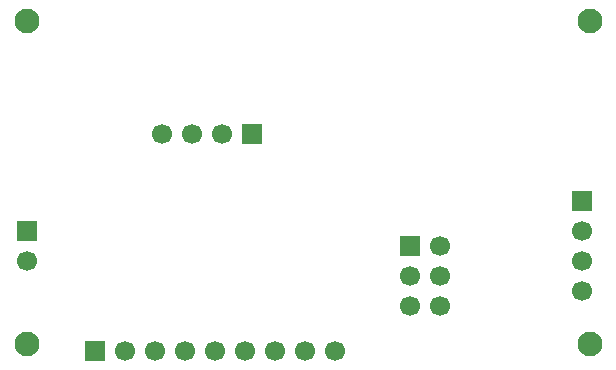
<source format=gbs>
%TF.GenerationSoftware,KiCad,Pcbnew,9.0.2*%
%TF.CreationDate,2025-08-31T01:54:14-04:00*%
%TF.ProjectId,MCU_Datalogger,4d43555f-4461-4746-916c-6f676765722e,1*%
%TF.SameCoordinates,Original*%
%TF.FileFunction,Soldermask,Bot*%
%TF.FilePolarity,Negative*%
%FSLAX46Y46*%
G04 Gerber Fmt 4.6, Leading zero omitted, Abs format (unit mm)*
G04 Created by KiCad (PCBNEW 9.0.2) date 2025-08-31 01:54:14*
%MOMM*%
%LPD*%
G01*
G04 APERTURE LIST*
%ADD10C,1.700000*%
%ADD11R,1.700000X1.700000*%
%ADD12C,2.100000*%
G04 APERTURE END LIST*
D10*
%TO.C,J2*%
X105410000Y-116840000D03*
X107950000Y-116840000D03*
X110490000Y-116840000D03*
D11*
X113030000Y-116840000D03*
%TD*%
D12*
%TO.C,H2*%
X93980000Y-134620000D03*
%TD*%
%TO.C,H1*%
X93980000Y-107315000D03*
%TD*%
%TO.C,H4*%
X141605000Y-134620000D03*
%TD*%
%TO.C,H3*%
X141605000Y-107315000D03*
%TD*%
D10*
%TO.C,J1*%
X140970000Y-130175000D03*
X140970000Y-127635000D03*
X140970000Y-125095000D03*
D11*
X140970000Y-122555000D03*
%TD*%
D10*
%TO.C,J4*%
X128900000Y-131445000D03*
X126360000Y-131445000D03*
X128900000Y-128905000D03*
X126360000Y-128905000D03*
X128900000Y-126365000D03*
D11*
X126360000Y-126365000D03*
%TD*%
D10*
%TO.C,J3*%
X120015000Y-135255000D03*
X117475000Y-135255000D03*
X114935000Y-135255000D03*
X112395000Y-135255000D03*
X109855000Y-135255000D03*
X107315000Y-135255000D03*
X104775000Y-135255000D03*
X102235000Y-135255000D03*
D11*
X99695000Y-135255000D03*
%TD*%
%TO.C,BT1*%
X93980000Y-125095000D03*
D10*
X93980000Y-127635000D03*
%TD*%
M02*

</source>
